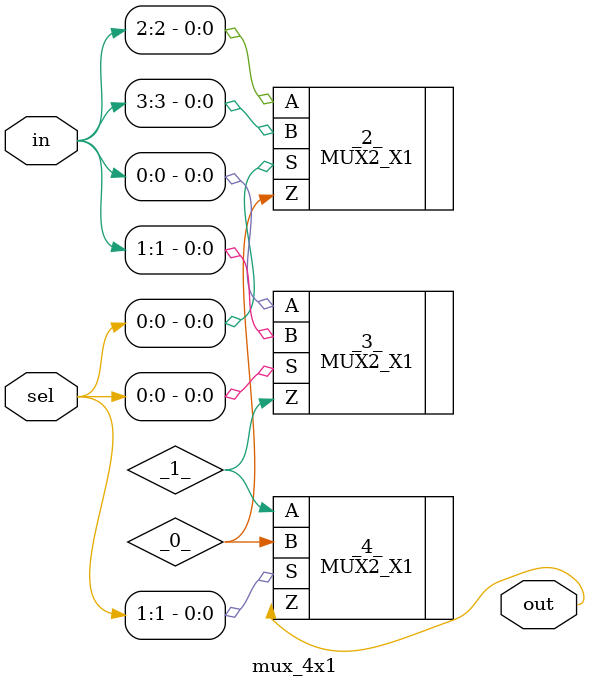
<source format=v>
/* Generated by Yosys 0.45+106 (git sha1 982fade0d, g++ 11.4.0-1ubuntu1~22.04 -fPIC -O3) */

module mux16x1(IN, SEL, OUT);
  input [15:0] IN;
  wire [15:0] IN;
  output OUT;
  wire OUT;
  input [3:0] SEL;
  wire [3:0] SEL;
  wire [3:0] t;
  mux_4x1 m1 (
    .in(IN[3:0]),
    .out(t[0]),
    .sel(SEL[1:0])
  );
  mux_4x1 m2 (
    .in(IN[7:4]),
    .out(t[1]),
    .sel(SEL[1:0])
  );
  mux_4x1 m3 (
    .in(IN[11:8]),
    .out(t[2]),
    .sel(SEL[1:0])
  );
  mux_4x1 m4 (
    .in(IN[15:12]),
    .out(t[3]),
    .sel(SEL[1:0])
  );
  mux_4x1 m5 (
    .in(t),
    .out(OUT),
    .sel(SEL[3:2])
  );
endmodule

module mux_4x1(in, sel, out);
  wire _0_;
  wire _1_;
  input [3:0] in;
  wire [3:0] in;
  output out;
  wire out;
  input [1:0] sel;
  wire [1:0] sel;
  MUX2_X1 _2_ (
    .A(in[2]),
    .B(in[3]),
    .S(sel[0]),
    .Z(_0_)
  );
  MUX2_X1 _3_ (
    .A(in[0]),
    .B(in[1]),
    .S(sel[0]),
    .Z(_1_)
  );
  MUX2_X1 _4_ (
    .A(_1_),
    .B(_0_),
    .S(sel[1]),
    .Z(out)
  );
endmodule

</source>
